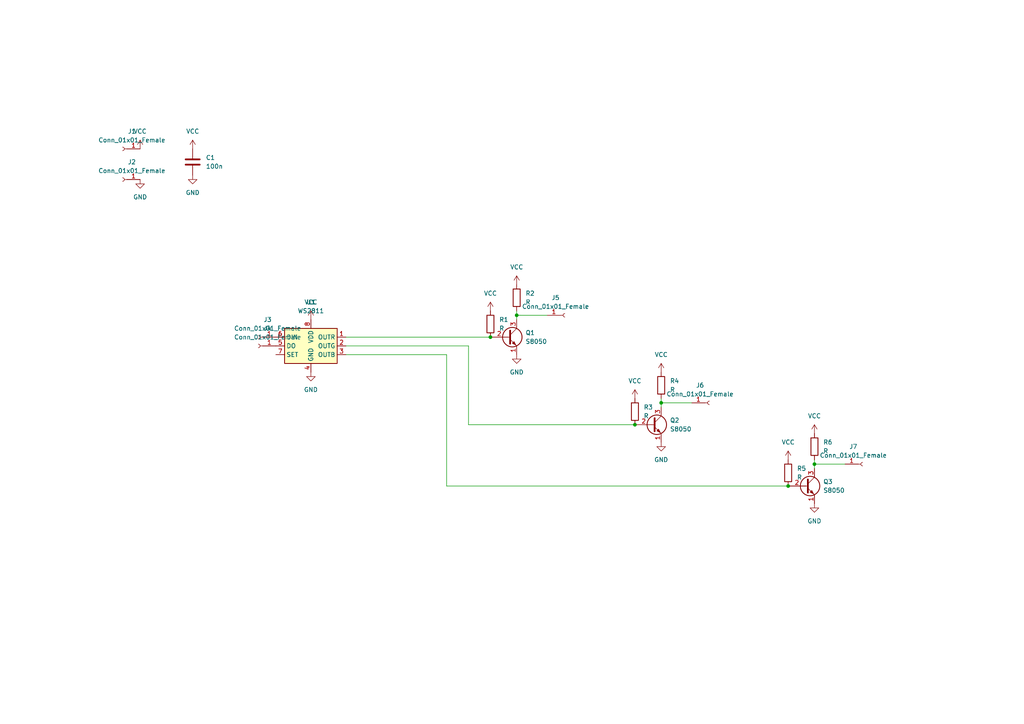
<source format=kicad_sch>
(kicad_sch (version 20210621) (generator eeschema)
  (paper "A4")
  (lib_symbols
    (symbol "Connector:Conn_01x01_Female" (pin_names (offset 1.016) hide)
      (property "Reference" "J" (at 0 2.54 0))
      (property "Value" "Conn_01x01_Female" (at 0 -2.54 0))
      (symbol "Conn_01x01_Female_1_1"
        (arc (start 0 0.508) (end 0 -0.508) (radius (at 0 0) (length 0.508) (angles 90.1 -90.1)) (stroke (width 0.1524)))
        (polyline (pts (xy -1.27 0) (xy -0.508 0)) (stroke (width 0.1524)))
        (pin passive line (at -5.08 0 0) (length 3.81) (name "Pin_1") (number "1"))
      )
    )
    (symbol "Device:C" (pin_numbers hide) (pin_names (offset 0.254))
      (property "Reference" "C" (at 0.635 2.54 0))
      (property "Value" "C" (at 0.635 -2.54 0))
      (symbol "C_0_1"
        (polyline (pts (xy -2.032 -0.762) (xy 2.032 -0.762)) (stroke (width 0.508)))
        (polyline (pts (xy -2.032 0.762) (xy 2.032 0.762)) (stroke (width 0.508)))
      )
      (symbol "C_1_1"
        (pin passive line (at 0 3.81 270) (length 2.794) (name "~") (number "1"))
        (pin passive line (at 0 -3.81 90) (length 2.794) (name "~") (number "2"))
      )
    )
    (symbol "Device:R" (pin_numbers hide) (pin_names (offset 0))
      (property "Reference" "R" (at 2.032 0 90))
      (property "Value" "R" (at 0 0 90))
      (symbol "R_0_1"
        (rectangle (start -1.016 -2.54) (end 1.016 2.54) (stroke (width 0.254)))
      )
      (symbol "R_1_1"
        (pin passive line (at 0 3.81 270) (length 1.27) (name "~") (number "1"))
        (pin passive line (at 0 -3.81 90) (length 1.27) (name "~") (number "2"))
      )
    )
    (symbol "Driver_LED:WS2811"
      (property "Reference" "U" (at -6.35 6.35 0))
      (property "Value" "WS2811" (at 5.08 6.35 0))
      (symbol "WS2811_0_1"
        (rectangle (start -7.62 5.08) (end 7.62 -5.08) (stroke (width 0.254)) (fill (type background)))
      )
      (symbol "WS2811_1_1"
        (pin output line (at 10.16 2.54 180) (length 2.54) (name "OUTR") (number "1"))
        (pin output line (at 10.16 0 180) (length 2.54) (name "OUTG") (number "2"))
        (pin output line (at 10.16 -2.54 180) (length 2.54) (name "OUTB") (number "3"))
        (pin power_in line (at 0 -7.62 90) (length 2.54) (name "GND") (number "4"))
        (pin output line (at -10.16 0 0) (length 2.54) (name "DO") (number "5"))
        (pin input line (at -10.16 2.54 0) (length 2.54) (name "DIN") (number "6"))
        (pin input line (at -10.16 -2.54 0) (length 2.54) (name "SET") (number "7"))
        (pin power_in line (at 0 7.62 270) (length 2.54) (name "VDD") (number "8"))
      )
    )
    (symbol "Transistor_BJT:S8050" (pin_names (offset 0) hide)
      (property "Reference" "Q" (at 5.08 1.905 0))
      (property "Value" "S8050" (at 5.08 0 0))
      (symbol "S8050_0_1"
        (circle (center 1.27 0) (radius 2.8194) (stroke (width 0.254)))
        (polyline (pts (xy 0 0) (xy 0.635 0)))
        (polyline (pts (xy 0.635 0.635) (xy 2.54 2.54)))
        (polyline (pts (xy 0.635 -0.635) (xy 2.54 -2.54) (xy 2.54 -2.54)))
        (polyline (pts (xy 0.635 1.905) (xy 0.635 -1.905) (xy 0.635 -1.905)) (stroke (width 0.508)))
        (polyline (pts (xy 1.27 -1.778) (xy 1.778 -1.27) (xy 2.286 -2.286) (xy 1.27 -1.778) (xy 1.27 -1.778)) (fill (type outline)))
      )
      (symbol "S8050_1_1"
        (pin passive line (at 2.54 -5.08 90) (length 2.54) (name "E") (number "1"))
        (pin input line (at -5.08 0 0) (length 5.08) (name "B") (number "2"))
        (pin passive line (at 2.54 5.08 270) (length 2.54) (name "C") (number "3"))
      )
    )
    (symbol "power:GND" (power) (pin_names (offset 0))
      (property "Value" "GND" (at 0 -3.81 0))
      (symbol "GND_0_1"
        (polyline (pts (xy 0 0) (xy 0 -1.27) (xy 1.27 -1.27) (xy 0 -2.54) (xy -1.27 -1.27) (xy 0 -1.27)))
      )
      (symbol "GND_1_1"
        (pin power_in line (at 0 0 270) (length 0) hide (name "GND") (number "1"))
      )
    )
    (symbol "power:VCC" (power) (pin_names (offset 0))
      (property "Value" "VCC" (at 0 3.81 0))
      (symbol "VCC_0_1"
        (polyline (pts (xy -0.762 1.27) (xy 0 2.54)))
        (polyline (pts (xy 0 0) (xy 0 2.54)))
        (polyline (pts (xy 0 2.54) (xy 0.762 1.27)))
      )
      (symbol "VCC_1_1"
        (pin power_in line (at 0 0 90) (length 0) hide (name "VCC") (number "1"))
      )
    )
  )
  (junction (at 142.24 97.79) (diameter 0.9144))
  (junction (at 149.86 91.44) (diameter 0.9144))
  (junction (at 184.15 123.19) (diameter 0.9144))
  (junction (at 191.77 116.84) (diameter 0.9144))
  (junction (at 228.6 140.97) (diameter 0.9144))
  (junction (at 236.22 134.62) (diameter 0.9144))
  (wire (pts (xy 100.33 97.79) (xy 142.24 97.79)))
  (wire (pts (xy 100.33 102.87) (xy 129.54 102.87)))
  (wire (pts (xy 129.54 102.87) (xy 129.54 140.97)))
  (wire (pts (xy 129.54 140.97) (xy 228.6 140.97)))
  (wire (pts (xy 135.89 100.33) (xy 100.33 100.33)))
  (wire (pts (xy 135.89 123.19) (xy 135.89 100.33)))
  (wire (pts (xy 135.89 123.19) (xy 184.15 123.19)))
  (wire (pts (xy 149.86 90.17) (xy 149.86 91.44)))
  (wire (pts (xy 149.86 91.44) (xy 149.86 92.71)))
  (wire (pts (xy 158.75 91.44) (xy 149.86 91.44)))
  (wire (pts (xy 191.77 115.57) (xy 191.77 116.84)))
  (wire (pts (xy 191.77 116.84) (xy 191.77 118.11)))
  (wire (pts (xy 200.66 116.84) (xy 191.77 116.84)))
  (wire (pts (xy 236.22 133.35) (xy 236.22 134.62)))
  (wire (pts (xy 236.22 134.62) (xy 236.22 135.89)))
  (wire (pts (xy 245.11 134.62) (xy 236.22 134.62)))
  (symbol (lib_id "power:VCC") (at 40.64 43.18 0) (unit 1)
    (property "Reference" "#PWR0111" (effects hide))
    (property "Value" "VCC" (at 40.64 38.1 0))
  )
  (symbol (lib_id "power:VCC") (at 55.88 43.18 0) (unit 1)
    (property "Reference" "#PWR0112" (effects hide))
    (property "Value" "VCC" (at 55.88 38.1 0))
  )
  (symbol (lib_id "power:VCC") (at 90.17 92.71 0) (unit 1)
    (property "Reference" "#PWR0114" (effects hide))
    (property "Value" "VCC" (at 90.17 87.63 0))
  )
  (symbol (lib_id "power:VCC") (at 142.24 90.17 0) (unit 1)
    (property "Reference" "#PWR0108" (effects hide))
    (property "Value" "VCC" (at 142.24 85.09 0))
  )
  (symbol (lib_id "power:VCC") (at 149.86 82.55 0) (unit 1)
    (property "Reference" "#PWR0109" (effects hide))
    (property "Value" "VCC" (at 149.86 77.47 0))
  )
  (symbol (lib_id "power:VCC") (at 184.15 115.57 0) (unit 1)
    (property "Reference" "#PWR0107" (effects hide))
    (property "Value" "VCC" (at 184.15 110.49 0))
  )
  (symbol (lib_id "power:VCC") (at 191.77 107.95 0) (unit 1)
    (property "Reference" "#PWR0101" (effects hide))
    (property "Value" "VCC" (at 191.77 102.87 0))
  )
  (symbol (lib_id "power:VCC") (at 228.6 133.35 0) (unit 1)
    (property "Reference" "#PWR0104" (effects hide))
    (property "Value" "VCC" (at 228.6 128.27 0))
  )
  (symbol (lib_id "power:VCC") (at 236.22 125.73 0) (unit 1)
    (property "Reference" "#PWR0105" (effects hide))
    (property "Value" "VCC" (at 236.22 120.65 0))
  )
  (symbol (lib_id "Connector:Conn_01x01_Female") (at 35.56 43.18 180) (unit 1)
    (property "Reference" "J1" (at 38.2524 38.1 0))
    (property "Value" "Conn_01x01_Female" (at 38.2524 40.64 0))
  )
  (symbol (lib_id "Connector:Conn_01x01_Female") (at 35.56 52.07 180) (unit 1)
    (property "Reference" "J2" (at 38.2524 46.99 0))
    (property "Value" "Conn_01x01_Female" (at 38.2524 49.53 0))
  )
  (symbol (lib_id "Connector:Conn_01x01_Female") (at 74.93 97.79 180) (unit 1)
    (property "Reference" "J3" (at 77.6224 92.71 0))
    (property "Value" "Conn_01x01_Female" (at 77.6224 95.25 0))
  )
  (symbol (lib_id "Connector:Conn_01x01_Female") (at 74.93 100.33 180) (unit 1)
    (property "Reference" "J4" (at 77.6224 95.25 0))
    (property "Value" "Conn_01x01_Female" (at 77.6224 97.79 0))
  )
  (symbol (lib_id "Connector:Conn_01x01_Female") (at 163.83 91.44 0) (unit 1)
    (property "Reference" "J5" (at 161.1376 86.36 0))
    (property "Value" "Conn_01x01_Female" (at 161.1376 88.9 0))
  )
  (symbol (lib_id "Connector:Conn_01x01_Female") (at 205.74 116.84 0) (unit 1)
    (property "Reference" "J6" (at 203.0476 111.76 0))
    (property "Value" "Conn_01x01_Female" (at 203.0476 114.3 0))
  )
  (symbol (lib_id "Connector:Conn_01x01_Female") (at 250.19 134.62 0) (unit 1)
    (property "Reference" "J7" (at 247.4976 129.54 0))
    (property "Value" "Conn_01x01_Female" (at 247.4976 132.08 0))
  )
  (symbol (lib_id "power:GND") (at 40.64 52.07 0) (unit 1)
    (property "Reference" "#PWR0110" (effects hide))
    (property "Value" "GND" (at 40.64 57.15 0))
  )
  (symbol (lib_id "power:GND") (at 55.88 50.8 0) (unit 1)
    (property "Reference" "#PWR0113" (effects hide))
    (property "Value" "GND" (at 55.88 55.88 0))
  )
  (symbol (lib_id "power:GND") (at 90.17 107.95 0) (unit 1)
    (property "Reference" "#PWR0115" (effects hide))
    (property "Value" "GND" (at 90.17 113.03 0))
  )
  (symbol (lib_id "power:GND") (at 149.86 102.87 0) (unit 1)
    (property "Reference" "#PWR0106" (effects hide))
    (property "Value" "GND" (at 149.86 107.95 0))
  )
  (symbol (lib_id "power:GND") (at 191.77 128.27 0) (unit 1)
    (property "Reference" "#PWR0102" (effects hide))
    (property "Value" "GND" (at 191.77 133.35 0))
  )
  (symbol (lib_id "power:GND") (at 236.22 146.05 0) (unit 1)
    (property "Reference" "#PWR0103" (effects hide))
    (property "Value" "GND" (at 236.22 151.13 0))
  )
  (symbol (lib_id "Device:R") (at 142.24 93.98 0) (unit 1)
    (property "Reference" "R1" (at 144.78 92.7099 0) (effects (justify left)))
    (property "Value" "R" (at 144.78 95.2499 0) (effects (justify left)))
    (property "Footprint" "Resistor_SMD:R_0402_1005Metric" (effects hide))
  )
  (symbol (lib_id "Device:R") (at 149.86 86.36 0) (unit 1)
    (property "Reference" "R2" (at 152.4 85.0899 0) (effects (justify left)))
    (property "Value" "R" (at 152.4 87.6299 0) (effects (justify left)))
    (property "Footprint" "Resistor_SMD:R_0402_1005Metric" (effects hide))
  )
  (symbol (lib_id "Device:R") (at 184.15 119.38 0) (unit 1)
    (property "Reference" "R3" (at 186.69 118.1099 0) (effects (justify left)))
    (property "Value" "R" (at 186.69 120.6499 0) (effects (justify left)))
    (property "Footprint" "Resistor_SMD:R_0402_1005Metric" (effects hide))
  )
  (symbol (lib_id "Device:R") (at 191.77 111.76 0) (unit 1)
    (property "Reference" "R4" (at 194.31 110.4899 0) (effects (justify left)))
    (property "Value" "R" (at 194.31 113.0299 0) (effects (justify left)))
    (property "Footprint" "Resistor_SMD:R_0402_1005Metric" (effects hide))
  )
  (symbol (lib_id "Device:R") (at 228.6 137.16 0) (unit 1)
    (property "Reference" "R5" (at 231.14 135.8899 0) (effects (justify left)))
    (property "Value" "R" (at 231.14 138.4299 0) (effects (justify left)))
    (property "Footprint" "Resistor_SMD:R_0402_1005Metric" (effects hide))
  )
  (symbol (lib_id "Device:R") (at 236.22 129.54 0) (unit 1)
    (property "Reference" "R6" (at 238.76 128.2699 0) (effects (justify left)))
    (property "Value" "R" (at 238.76 130.8099 0) (effects (justify left)))
    (property "Footprint" "Resistor_SMD:R_0402_1005Metric" (effects hide))
  )
  (symbol (lib_id "Device:C") (at 55.88 46.99 0) (unit 1)
    (property "Reference" "C1" (at 59.69 45.7199 0) (effects (justify left)))
    (property "Value" "100n" (at 59.69 48.2599 0) (effects (justify left)))
    (property "Footprint" "Capacitor_SMD:C_0402_1005Metric" (effects hide))
  )
  (symbol (lib_id "Transistor_BJT:S8050") (at 147.32 97.79 0) (unit 1)
    (property "Reference" "Q1" (at 152.4 96.5199 0) (effects (justify left)))
    (property "Value" "S8050" (at 152.4 99.0599 0) (effects (justify left)))
    (property "Footprint" "Package_TO_SOT_THT:TO-92_Inline" (effects hide))
    (property "Datasheet" "http://www.unisonic.com.tw/datasheet/S8050.pdf" (effects hide))
  )
  (symbol (lib_id "Transistor_BJT:S8050") (at 189.23 123.19 0) (unit 1)
    (property "Reference" "Q2" (at 194.31 121.9199 0) (effects (justify left)))
    (property "Value" "S8050" (at 194.31 124.4599 0) (effects (justify left)))
    (property "Footprint" "Package_TO_SOT_THT:TO-92_Inline" (effects hide))
    (property "Datasheet" "http://www.unisonic.com.tw/datasheet/S8050.pdf" (effects hide))
  )
  (symbol (lib_id "Transistor_BJT:S8050") (at 233.68 140.97 0) (unit 1)
    (property "Reference" "Q3" (at 238.76 139.6999 0) (effects (justify left)))
    (property "Value" "S8050" (at 238.76 142.2399 0) (effects (justify left)))
    (property "Footprint" "Package_TO_SOT_THT:TO-92_Inline" (effects hide))
    (property "Datasheet" "http://www.unisonic.com.tw/datasheet/S8050.pdf" (effects hide))
  )
  (symbol (lib_id "Driver_LED:WS2811") (at 90.17 100.33 0) (unit 1)
    (property "Reference" "U1" (at 90.17 87.63 0))
    (property "Value" "WS2811" (at 90.17 90.17 0))
    (property "Datasheet" "https://cdn-shop.adafruit.com/datasheets/WS2811.pdf" (effects hide))
  )
)
</source>
